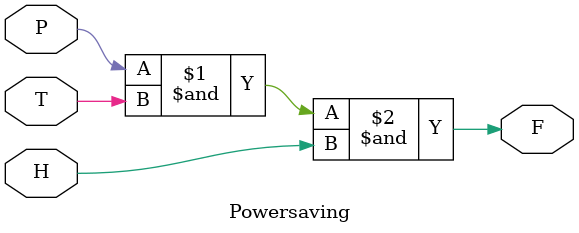
<source format=v>



// Generated by Quartus Prime Version 18.0 (Build Build 614 04/24/2018)
// Created on Tue Sep 18 11:28:37 2018

//  Module Declaration
module Powersaving
(
// {{ALTERA_ARGS_BEGIN}} DO NOT REMOVE THIS LINE!
P, T, H, F
// {{ALTERA_ARGS_END}} DO NOT REMOVE THIS LINE!
);
// Port Declaration

// {{ALTERA_IO_BEGIN}} DO NOT REMOVE THIS LINE!
input P;
input T;
input H;
output F;
assign F = P&T&H;
// {{ALTERA_IO_END}} DO NOT REMOVE THIS LINE!



endmodule

</source>
